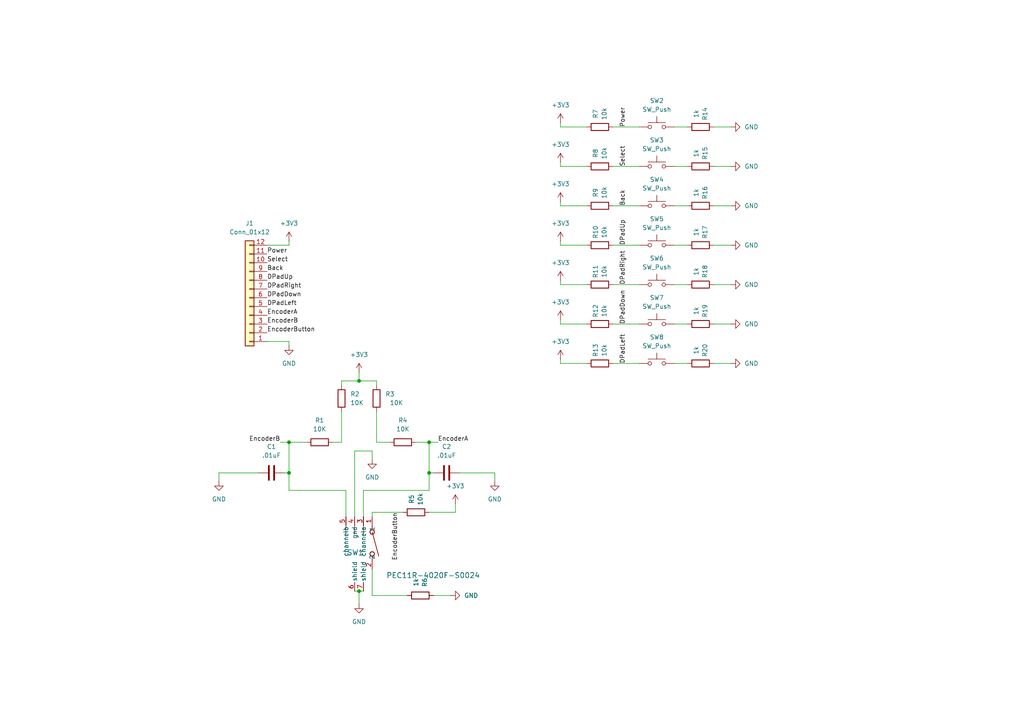
<source format=kicad_sch>
(kicad_sch (version 20250114) (generator "eeschema") (generator_version "9.0")
  (paper "A4")
  (lib_symbols
    (symbol "Connector_Generic:Conn_01x12" (pin_names (offset 1.016) (hide yes))
      (property "Reference" "J" (at 0 15.24 0))
      (property "Value" "Conn_01x12" (at 0 -17.78 0))
      (symbol "Conn_01x12_1_1"
        (rectangle (start -1.27 13.97) (end 1.27 -16.51) (stroke (width 0.254)) (fill (type background)))
        (rectangle (start -1.27 12.827) (end 0 12.573) (stroke (width 0.1524)))
        (rectangle (start -1.27 10.287) (end 0 10.033) (stroke (width 0.1524)))
        (rectangle (start -1.27 7.747) (end 0 7.493) (stroke (width 0.1524)))
        (rectangle (start -1.27 5.207) (end 0 4.953) (stroke (width 0.1524)))
        (rectangle (start -1.27 2.667) (end 0 2.413) (stroke (width 0.1524)))
        (rectangle (start -1.27 0.127) (end 0 -0.127) (stroke (width 0.1524)))
        (rectangle (start -1.27 -2.413) (end 0 -2.667) (stroke (width 0.1524)))
        (rectangle (start -1.27 -4.953) (end 0 -5.207) (stroke (width 0.1524)))
        (rectangle (start -1.27 -7.493) (end 0 -7.747) (stroke (width 0.1524)))
        (rectangle (start -1.27 -10.033) (end 0 -10.287) (stroke (width 0.1524)))
        (rectangle (start -1.27 -12.573) (end 0 -12.827) (stroke (width 0.1524)))
        (rectangle (start -1.27 -15.113) (end 0 -15.367) (stroke (width 0.1524)))
        (pin passive line (at -5.08 12.7 0) (length 3.81) (name "Pin_1") (number "1"))
        (pin passive line (at -5.08 10.16 0) (length 3.81) (name "Pin_2") (number "2"))
        (pin passive line (at -5.08 7.62 0) (length 3.81) (name "Pin_3") (number "3"))
        (pin passive line (at -5.08 5.08 0) (length 3.81) (name "Pin_4") (number "4"))
        (pin passive line (at -5.08 2.54 0) (length 3.81) (name "Pin_5") (number "5"))
        (pin passive line (at -5.08 0 0) (length 3.81) (name "Pin_6") (number "6"))
        (pin passive line (at -5.08 -2.54 0) (length 3.81) (name "Pin_7") (number "7"))
        (pin passive line (at -5.08 -5.08 0) (length 3.81) (name "Pin_8") (number "8"))
        (pin passive line (at -5.08 -7.62 0) (length 3.81) (name "Pin_9") (number "9"))
        (pin passive line (at -5.08 -10.16 0) (length 3.81) (name "Pin_10") (number "10"))
        (pin passive line (at -5.08 -12.7 0) (length 3.81) (name "Pin_11") (number "11"))
        (pin passive line (at -5.08 -15.24 0) (length 3.81) (name "Pin_12") (number "12"))
      )
    )
    (symbol "Device:C" (pin_numbers (hide yes)) (pin_names (offset 0.254))
      (property "Reference" "C" (at 0.635 2.54 0))
      (property "Value" "C" (at 0.635 -2.54 0))
      (symbol "C_0_1"
        (polyline (pts (xy -2.032 0.762) (xy 2.032 0.762)) (stroke (width 0.508)))
        (polyline (pts (xy -2.032 -0.762) (xy 2.032 -0.762)) (stroke (width 0.508)))
      )
      (symbol "C_1_1"
        (pin passive line (at 0 3.81 270) (length 2.794) (name "~") (number "1"))
        (pin passive line (at 0 -3.81 90) (length 2.794) (name "~") (number "2"))
      )
    )
    (symbol "Switch:SW_Push" (pin_numbers (hide yes)) (pin_names (offset 1.016) (hide yes))
      (property "Reference" "SW" (at 1.27 2.54 0))
      (property "Value" "SW_Push" (at 0 -1.524 0))
      (symbol "SW_Push_0_1"
        (circle (center -2.032 0) (radius 0.508))
        (polyline (pts (xy 0 1.27) (xy 0 3.048)))
        (circle (center 2.032 0) (radius 0.508))
        (polyline (pts (xy 2.54 1.27) (xy -2.54 1.27)))
        (pin passive line (at -5.08 0 0) (length 2.54) (name "1") (number "1"))
        (pin passive line (at 5.08 0 180) (length 2.54) (name "2") (number "2"))
      )
    )
    (symbol "WaterBlaster:PEC11R-4020F-S0024" (pin_names (offset 0.254))
      (property "Reference" "SW" (at 0 3.81 0))
      (property "Value" "PEC11R-4020F-S0024" (at 0.254 4.826 0))
      (symbol "PEC11R-4020F-S0024_0_1"
        (polyline (pts (xy -5.08 0) (xy -3.81 0)) (stroke (width 0.2032)))
        (circle (center -3.175 0) (radius 0.635) (stroke (width 0.254)))
        (polyline (pts (xy -3.175 0) (xy 3.81 1.905)) (stroke (width 0.2032)))
        (circle (center 3.175 0) (radius 0.635) (stroke (width 0.254)))
        (polyline (pts (xy 5.08 0) (xy 3.81 0)) (stroke (width 0.2032)))
        (pin unspecified line (at -7.62 0 0) (length 2.54) (name "1") (number "1"))
        (pin unspecified line (at 7.62 0 180) (length 2.54) (name "2") (number "2"))
      )
      (symbol "PEC11R-4020F-S0024_1_1"
        (polyline (pts (xy -2.54 -2.54) (xy -7.62 -2.54)))
        (polyline (pts (xy -2.54 -5.08) (xy -7.62 -5.08)))
        (polyline (pts (xy -2.54 -7.62) (xy -7.62 -7.62)))
        (pin passive line (at -7.62 -2.54 0) (length 2.54) (name "channela") (number "3"))
        (pin passive line (at -7.62 -5.08 0) (length 2.54) (name "gnd") (number "4"))
        (pin passive line (at -7.62 -7.62 0) (length 2.54) (name "channelb") (number "5"))
        (pin passive line (at 13.97 -2.54 180) (length 2.54) (name "shield") (number "7"))
        (pin passive line (at 13.97 -5.08 180) (length 2.54) (name "shield") (number "6"))
      )
    )
    (symbol "device:R" (pin_numbers (hide yes)) (pin_names (offset 0))
      (property "Reference" "R" (at 2.032 0 90))
      (property "Value" "R" (at 0 0 90))
      (symbol "R_0_1"
        (rectangle (start -1.016 -2.54) (end 1.016 2.54) (stroke (width 0.254)))
      )
      (symbol "R_1_1"
        (pin passive line (at 0 3.81 270) (length 1.27) (name "~") (number "1"))
        (pin passive line (at 0 -3.81 90) (length 1.27) (name "~") (number "2"))
      )
    )
    (symbol "power:+3V3" (power) (pin_numbers (hide yes)) (pin_names (offset 0) (hide yes))
      (property "Value" "+3V3" (at 0 3.556 0))
      (symbol "+3V3_0_1"
        (polyline (pts (xy -0.762 1.27) (xy 0 2.54)))
        (polyline (pts (xy 0 2.54) (xy 0.762 1.27)))
        (polyline (pts (xy 0 0) (xy 0 2.54)))
      )
      (symbol "+3V3_1_1"
        (pin power_in line (at 0 0 90) (length 0) (name "~") (number "1"))
      )
    )
    (symbol "power:GND" (power) (pin_numbers (hide yes)) (pin_names (offset 0) (hide yes))
      (property "Value" "GND" (at 0 -3.81 0))
      (symbol "GND_0_1"
        (polyline (pts (xy 0 0) (xy 0 -1.27) (xy 1.27 -1.27) (xy 0 -2.54) (xy -1.27 -1.27) (xy 0 -1.27)))
      )
      (symbol "GND_1_1"
        (pin power_in line (at 0 0 270) (length 0) (name "~") (number "1"))
      )
    )
  )
  (junction (at 83.82 137.16))
  (junction (at 124.46 128.27))
  (junction (at 124.46 137.16))
  (junction (at 104.14 171.45))
  (junction (at 104.14 110.49))
  (junction (at 83.82 128.27))
  (wire (pts (xy 83.82 137.16) (xy 83.82 142.24)))
  (wire (pts (xy 83.82 128.27) (xy 88.9 128.27)))
  (wire (pts (xy 162.56 105.41) (xy 162.56 104.14)))
  (wire (pts (xy 109.22 119.38) (xy 109.22 128.27)))
  (wire (pts (xy 195.58 48.26) (xy 199.39 48.26)))
  (wire (pts (xy 132.08 148.59) (xy 124.46 148.59)))
  (wire (pts (xy 99.06 111.76) (xy 99.06 110.49)))
  (wire (pts (xy 162.56 71.12) (xy 170.18 71.12)))
  (wire (pts (xy 83.82 128.27) (xy 83.82 137.16)))
  (wire (pts (xy 177.8 93.98) (xy 185.42 93.98)))
  (wire (pts (xy 83.82 137.16) (xy 82.55 137.16)))
  (wire (pts (xy 102.87 130.81) (xy 102.87 149.86)))
  (wire (pts (xy 177.8 59.69) (xy 185.42 59.69)))
  (wire (pts (xy 105.41 149.86) (xy 105.41 142.24)))
  (wire (pts (xy 99.06 110.49) (xy 104.14 110.49)))
  (wire (pts (xy 109.22 110.49) (xy 104.14 110.49)))
  (wire (pts (xy 207.01 48.26) (xy 212.09 48.26)))
  (wire (pts (xy 207.01 36.83) (xy 212.09 36.83)))
  (wire (pts (xy 107.95 130.81) (xy 107.95 133.35)))
  (wire (pts (xy 207.01 82.55) (xy 212.09 82.55)))
  (wire (pts (xy 162.56 105.41) (xy 170.18 105.41)))
  (wire (pts (xy 207.01 93.98) (xy 212.09 93.98)))
  (wire (pts (xy 133.35 137.16) (xy 143.51 137.16)))
  (wire (pts (xy 195.58 71.12) (xy 199.39 71.12)))
  (wire (pts (xy 162.56 71.12) (xy 162.56 69.85)))
  (wire (pts (xy 74.93 137.16) (xy 63.5 137.16)))
  (wire (pts (xy 124.46 128.27) (xy 124.46 137.16)))
  (wire (pts (xy 81.28 128.27) (xy 83.82 128.27)))
  (wire (pts (xy 83.82 100.33) (xy 83.82 99.06)))
  (wire (pts (xy 162.56 59.69) (xy 170.18 59.69)))
  (wire (pts (xy 195.58 93.98) (xy 199.39 93.98)))
  (wire (pts (xy 83.82 69.85) (xy 83.82 71.12)))
  (wire (pts (xy 125.73 172.72) (xy 130.81 172.72)))
  (wire (pts (xy 102.87 130.81) (xy 107.95 130.81)))
  (wire (pts (xy 177.8 71.12) (xy 185.42 71.12)))
  (wire (pts (xy 102.87 171.45) (xy 104.14 171.45)))
  (wire (pts (xy 104.14 171.45) (xy 104.14 175.26)))
  (wire (pts (xy 109.22 111.76) (xy 109.22 110.49)))
  (wire (pts (xy 162.56 59.69) (xy 162.56 58.42)))
  (wire (pts (xy 107.95 149.86) (xy 107.95 148.59)))
  (wire (pts (xy 162.56 82.55) (xy 170.18 82.55)))
  (wire (pts (xy 124.46 137.16) (xy 124.46 142.24)))
  (wire (pts (xy 124.46 128.27) (xy 127 128.27)))
  (wire (pts (xy 162.56 82.55) (xy 162.56 81.28)))
  (wire (pts (xy 162.56 36.83) (xy 170.18 36.83)))
  (wire (pts (xy 162.56 93.98) (xy 170.18 93.98)))
  (wire (pts (xy 177.8 82.55) (xy 185.42 82.55)))
  (wire (pts (xy 162.56 48.26) (xy 170.18 48.26)))
  (wire (pts (xy 177.8 105.41) (xy 185.42 105.41)))
  (wire (pts (xy 107.95 165.1) (xy 107.95 172.72)))
  (wire (pts (xy 113.03 128.27) (xy 109.22 128.27)))
  (wire (pts (xy 105.41 171.45) (xy 104.14 171.45)))
  (wire (pts (xy 177.8 36.83) (xy 185.42 36.83)))
  (wire (pts (xy 195.58 82.55) (xy 199.39 82.55)))
  (wire (pts (xy 162.56 48.26) (xy 162.56 46.99)))
  (wire (pts (xy 207.01 59.69) (xy 212.09 59.69)))
  (wire (pts (xy 195.58 105.41) (xy 199.39 105.41)))
  (wire (pts (xy 83.82 99.06) (xy 77.47 99.06)))
  (wire (pts (xy 63.5 137.16) (xy 63.5 139.7)))
  (wire (pts (xy 107.95 172.72) (xy 118.11 172.72)))
  (wire (pts (xy 100.33 149.86) (xy 100.33 142.24)))
  (wire (pts (xy 99.06 128.27) (xy 96.52 128.27)))
  (wire (pts (xy 120.65 128.27) (xy 124.46 128.27)))
  (wire (pts (xy 99.06 119.38) (xy 99.06 128.27)))
  (wire (pts (xy 162.56 93.98) (xy 162.56 92.71)))
  (wire (pts (xy 162.56 36.83) (xy 162.56 35.56)))
  (wire (pts (xy 207.01 105.41) (xy 212.09 105.41)))
  (wire (pts (xy 195.58 59.69) (xy 199.39 59.69)))
  (wire (pts (xy 177.8 48.26) (xy 185.42 48.26)))
  (wire (pts (xy 105.41 142.24) (xy 124.46 142.24)))
  (wire (pts (xy 100.33 142.24) (xy 83.82 142.24)))
  (wire (pts (xy 107.95 148.59) (xy 116.84 148.59)))
  (wire (pts (xy 195.58 36.83) (xy 199.39 36.83)))
  (wire (pts (xy 124.46 137.16) (xy 125.73 137.16)))
  (wire (pts (xy 143.51 137.16) (xy 143.51 139.7)))
  (wire (pts (xy 132.08 146.05) (xy 132.08 148.59)))
  (wire (pts (xy 207.01 71.12) (xy 212.09 71.12)))
  (wire (pts (xy 104.14 110.49) (xy 104.14 107.95)))
  (wire (pts (xy 83.82 71.12) (xy 77.47 71.12)))
  (label "DPadLeft" (at 181.61 105.41 90))
  (label "EncoderButton" (at 77.47 96.52 0))
  (label "DPadLeft" (at 77.47 88.9 0))
  (label "DPadRight" (at 181.61 82.55 90))
  (label "DPadDown" (at 181.61 93.98 90))
  (label "EncoderButton" (at 115.57 148.59 270))
  (label "DPadUp" (at 77.47 81.28 0))
  (label "EncoderA" (at 77.47 91.44 0))
  (label "EncoderA" (at 127 128.27 0))
  (label "EncoderB" (at 77.47 93.98 0))
  (label "DPadRight" (at 77.47 83.82 0))
  (label "DPadDown" (at 77.47 86.36 0))
  (label "Select" (at 77.47 76.2 0))
  (label "Back" (at 77.47 78.74 0))
  (label "Back" (at 181.61 59.69 90))
  (label "Select" (at 181.61 48.26 90))
  (label "Power" (at 181.61 36.83 90))
  (label "EncoderB" (at 81.28 128.27 180))
  (label "DPadUp" (at 181.61 71.12 90))
  (label "Power" (at 77.47 73.66 0))
  (symbol (lib_id "device:R") (at 173.99 71.12 270) (unit 1)
    (property "Reference" "R10" (at 172.72 67.31 0))
    (property "Value" "10k" (at 175.26 67.31 0))
    (property "Footprint" "Resistor_SMD:R_0603_1608Metric_Pad0.98x0.95mm_HandSolder" (effects (hide yes)))
    (property "Note" "0.1W 5% 0603  " (effects (hide yes)))
    (property "MPN" "RES SMD 10K OHM 5% 1/10W 0603" (effects (hide yes)))
  )
  (symbol (lib_id "device:R") (at 173.99 59.69 270) (unit 1)
    (property "Reference" "R9" (at 172.72 55.88 0))
    (property "Value" "10k" (at 175.26 55.88 0))
    (property "Footprint" "Resistor_SMD:R_0603_1608Metric_Pad0.98x0.95mm_HandSolder" (effects (hide yes)))
    (property "Note" "0.1W 5% 0603  " (effects (hide yes)))
    (property "MPN" "RES SMD 10K OHM 5% 1/10W 0603" (effects (hide yes)))
  )
  (symbol (lib_id "device:R") (at 203.2 36.83 270) (unit 1)
    (property "Reference" "R14" (at 204.47 33.02 0))
    (property "Value" "1k" (at 201.93 33.02 0))
    (property "Footprint" "Resistor_SMD:R_0603_1608Metric_Pad0.98x0.95mm_HandSolder" (effects (hide yes)))
    (property "Note" "0.1W 5% 0603  " (effects (hide yes)))
    (property "MPN" "RES SMD 1K OHM 5% 1/10W 0603" (effects (hide yes)))
  )
  (symbol (lib_id "device:R") (at 109.22 115.57 0) (unit 1)
    (property "Reference" "R3" (at 111.76 114.2999 0) (effects (justify left)))
    (property "Value" "10K" (at 113.03 116.8399 0) (effects (justify left)))
    (property "Footprint" "Resistor_SMD:R_0603_1608Metric_Pad0.98x0.95mm_HandSolder" (effects (hide yes)))
    (property "Description" "Resistor" (effects (hide yes)))
  )
  (symbol (lib_id "power:+3V3") (at 162.56 46.99 0) (unit 1)
    (property "Reference" "#PWR011" (effects (hide yes)))
    (property "Value" "+3V3" (at 162.56 41.91 0))
  )
  (symbol (lib_id "power:GND") (at 63.5 139.7 0) (unit 1)
    (property "Reference" "#PWR01" (effects (hide yes)))
    (property "Value" "GND" (at 63.5 144.78 0))
    (property "Description" "Power symbol creates a global label with name \"GND\" , ground" (effects (hide yes)))
  )
  (symbol (lib_id "WaterBlaster:PEC11R-4020F-S0024") (at 107.95 157.48 270) (unit 1)
    (property "Reference" "SW1" (at 100.584 160.274 90) (effects (font (size 1.524 1.524)) (justify left)))
    (property "Value" "PEC11R-4020F-S0024" (at 112.014 166.878 90) (effects (font (size 1.524 1.524)) (justify left)))
    (property "Footprint" "SW_PEC11R-4XXXK-SXXXX_BRN" (effects (hide yes)))
    (property "Datasheet" "PEC11R-4020F-S0024" (effects (hide yes)))
  )
  (symbol (lib_id "Switch:SW_Push") (at 190.5 59.69 0) (unit 1)
    (property "Reference" "SW4" (at 190.5 52.07 0))
    (property "Value" "SW_Push" (at 190.5 54.61 0))
    (property "Footprint" "WaterBlaster:PTS645SL43SMTR92LFS_CNK" (effects (hide yes)))
  )
  (symbol (lib_id "power:GND") (at 212.09 71.12 90) (unit 1)
    (property "Reference" "#PWR020" (effects (hide yes)))
    (property "Value" "GND" (at 215.9 71.12 90) (effects (justify right)))
  )
  (symbol (lib_id "power:GND") (at 212.09 48.26 90) (unit 1)
    (property "Reference" "#PWR018" (effects (hide yes)))
    (property "Value" "GND" (at 215.9 48.26 90) (effects (justify right)))
  )
  (symbol (lib_id "power:GND") (at 130.81 172.72 90) (unit 1)
    (property "Reference" "#PWR07" (effects (hide yes)))
    (property "Value" "GND" (at 134.62 172.72 90) (effects (justify right)))
  )
  (symbol (lib_id "device:R") (at 203.2 93.98 270) (unit 1)
    (property "Reference" "R19" (at 204.47 90.17 0))
    (property "Value" "1k" (at 201.93 90.17 0))
    (property "Footprint" "Resistor_SMD:R_0603_1608Metric_Pad0.98x0.95mm_HandSolder" (effects (hide yes)))
    (property "Note" "0.1W 5% 0603  " (effects (hide yes)))
    (property "MPN" "RES SMD 1K OHM 5% 1/10W 0603" (effects (hide yes)))
  )
  (symbol (lib_id "power:+3V3") (at 162.56 69.85 0) (unit 1)
    (property "Reference" "#PWR013" (effects (hide yes)))
    (property "Value" "+3V3" (at 162.56 64.77 0))
  )
  (symbol (lib_id "power:+3V3") (at 132.08 146.05 0) (unit 1)
    (property "Reference" "#PWR08" (effects (hide yes)))
    (property "Value" "+3V3" (at 132.08 140.97 0))
  )
  (symbol (lib_id "power:+3V3") (at 162.56 104.14 0) (unit 1)
    (property "Reference" "#PWR016" (effects (hide yes)))
    (property "Value" "+3V3" (at 162.56 99.06 0))
  )
  (symbol (lib_id "Switch:SW_Push") (at 190.5 105.41 0) (unit 1)
    (property "Reference" "SW8" (at 190.5 97.79 0))
    (property "Value" "SW_Push" (at 190.5 100.33 0))
    (property "Footprint" "WaterBlaster:PTS645SL43SMTR92LFS_CNK" (effects (hide yes)))
  )
  (symbol (lib_id "Switch:SW_Push") (at 190.5 82.55 0) (unit 1)
    (property "Reference" "SW6" (at 190.5 74.93 0))
    (property "Value" "SW_Push" (at 190.5 77.47 0))
    (property "Footprint" "WaterBlaster:PTS645SL43SMTR92LFS_CNK" (effects (hide yes)))
  )
  (symbol (lib_id "Connector_Generic:Conn_01x12") (at 72.39 86.36 180) (unit 1)
    (property "Reference" "J1" (at 72.39 64.77 0))
    (property "Value" "Conn_01x12" (at 72.39 67.31 0))
    (property "Footprint" "WaterBlaster:CONN_SD-43650-010_12_MOL" (effects (hide yes)))
    (property "Description" "Generic connector, single row, 01x12, script generated (kicad-library-utils/schlib/autogen/connector/)" (effects (hide yes)))
  )
  (symbol (lib_id "device:R") (at 173.99 93.98 270) (unit 1)
    (property "Reference" "R12" (at 172.72 90.17 0))
    (property "Value" "10k" (at 175.26 90.17 0))
    (property "Footprint" "Resistor_SMD:R_0603_1608Metric_Pad0.98x0.95mm_HandSolder" (effects (hide yes)))
    (property "Note" "0.1W 5% 0603  " (effects (hide yes)))
    (property "MPN" "RES SMD 10K OHM 5% 1/10W 0603" (effects (hide yes)))
  )
  (symbol (lib_id "power:+3V3") (at 162.56 58.42 0) (unit 1)
    (property "Reference" "#PWR012" (effects (hide yes)))
    (property "Value" "+3V3" (at 162.56 53.34 0))
  )
  (symbol (lib_id "power:GND") (at 104.14 175.26 0) (unit 1)
    (property "Reference" "#PWR05" (effects (hide yes)))
    (property "Value" "GND" (at 104.14 180.34 0))
    (property "Description" "Power symbol creates a global label with name \"GND\" , ground" (effects (hide yes)))
  )
  (symbol (lib_id "device:R") (at 173.99 48.26 270) (unit 1)
    (property "Reference" "R8" (at 172.72 44.45 0))
    (property "Value" "10k" (at 175.26 44.45 0))
    (property "Footprint" "Resistor_SMD:R_0603_1608Metric_Pad0.98x0.95mm_HandSolder" (effects (hide yes)))
    (property "Note" "0.1W 5% 0603  " (effects (hide yes)))
    (property "MPN" "RES SMD 10K OHM 5% 1/10W 0603" (effects (hide yes)))
  )
  (symbol (lib_id "power:GND") (at 83.82 100.33 0) (unit 1)
    (property "Reference" "#PWR03" (effects (hide yes)))
    (property "Value" "GND" (at 83.82 105.41 0))
    (property "Description" "Power symbol creates a global label with name \"GND\" , ground" (effects (hide yes)))
  )
  (symbol (lib_id "device:R") (at 203.2 71.12 270) (unit 1)
    (property "Reference" "R17" (at 204.47 67.31 0))
    (property "Value" "1k" (at 201.93 67.31 0))
    (property "Footprint" "Resistor_SMD:R_0603_1608Metric_Pad0.98x0.95mm_HandSolder" (effects (hide yes)))
    (property "Note" "0.1W 5% 0603  " (effects (hide yes)))
    (property "MPN" "RES SMD 1K OHM 5% 1/10W 0603" (effects (hide yes)))
  )
  (symbol (lib_id "power:+3V3") (at 104.14 107.95 0) (unit 1)
    (property "Reference" "#PWR04" (effects (hide yes)))
    (property "Value" "+3V3" (at 104.14 102.87 0))
    (property "Description" "Power symbol creates a global label with name \"+3V3\"" (effects (hide yes)))
  )
  (symbol (lib_id "device:R") (at 203.2 82.55 270) (unit 1)
    (property "Reference" "R18" (at 204.47 78.74 0))
    (property "Value" "1k" (at 201.93 78.74 0))
    (property "Footprint" "Resistor_SMD:R_0603_1608Metric_Pad0.98x0.95mm_HandSolder" (effects (hide yes)))
    (property "Note" "0.1W 5% 0603  " (effects (hide yes)))
    (property "MPN" "RES SMD 1K OHM 5% 1/10W 0603" (effects (hide yes)))
  )
  (symbol (lib_id "device:R") (at 92.71 128.27 90) (unit 1)
    (property "Reference" "R1" (at 92.71 121.92 90))
    (property "Value" "10K" (at 92.71 124.46 90))
    (property "Footprint" "Resistor_SMD:R_0603_1608Metric_Pad0.98x0.95mm_HandSolder" (effects (hide yes)))
    (property "Description" "Resistor" (effects (hide yes)))
  )
  (symbol (lib_id "power:GND") (at 143.51 139.7 0) (unit 1)
    (property "Reference" "#PWR09" (effects (hide yes)))
    (property "Value" "GND" (at 143.51 144.78 0))
    (property "Description" "Power symbol creates a global label with name \"GND\" , ground" (effects (hide yes)))
  )
  (symbol (lib_id "Switch:SW_Push") (at 190.5 93.98 0) (unit 1)
    (property "Reference" "SW7" (at 190.5 86.36 0))
    (property "Value" "SW_Push" (at 190.5 88.9 0))
    (property "Footprint" "WaterBlaster:PTS645SL43SMTR92LFS_CNK" (effects (hide yes)))
  )
  (symbol (lib_id "power:+3V3") (at 162.56 81.28 0) (unit 1)
    (property "Reference" "#PWR014" (effects (hide yes)))
    (property "Value" "+3V3" (at 162.56 76.2 0))
  )
  (symbol (lib_id "device:R") (at 173.99 105.41 270) (unit 1)
    (property "Reference" "R13" (at 172.72 101.6 0))
    (property "Value" "10k" (at 175.26 101.6 0))
    (property "Footprint" "Resistor_SMD:R_0603_1608Metric_Pad0.98x0.95mm_HandSolder" (effects (hide yes)))
    (property "Note" "0.1W 5% 0603  " (effects (hide yes)))
    (property "MPN" "RES SMD 10K OHM 5% 1/10W 0603" (effects (hide yes)))
  )
  (symbol (lib_id "Device:C") (at 129.54 137.16 90) (unit 1)
    (property "Reference" "C2" (at 129.54 129.54 90))
    (property "Value" ".01uF" (at 129.54 132.08 90))
    (property "Footprint" "Capacitor_SMD:C_0603_1608Metric_Pad1.08x0.95mm_HandSolder" (effects (hide yes)))
    (property "Description" "Unpolarized capacitor" (effects (hide yes)))
  )
  (symbol (lib_id "device:R") (at 173.99 36.83 270) (unit 1)
    (property "Reference" "R7" (at 172.72 33.02 0))
    (property "Value" "10k" (at 175.26 33.02 0))
    (property "Footprint" "Resistor_SMD:R_0603_1608Metric_Pad0.98x0.95mm_HandSolder" (effects (hide yes)))
    (property "Note" "0.1W 5% 0603  " (effects (hide yes)))
    (property "MPN" "RES SMD 10K OHM 5% 1/10W 0603" (effects (hide yes)))
  )
  (symbol (lib_id "power:GND") (at 212.09 105.41 90) (unit 1)
    (property "Reference" "#PWR023" (effects (hide yes)))
    (property "Value" "GND" (at 215.9 105.41 90) (effects (justify right)))
  )
  (symbol (lib_id "power:+3V3") (at 83.82 69.85 0) (unit 1)
    (property "Reference" "#PWR02" (effects (hide yes)))
    (property "Value" "+3V3" (at 83.82 64.77 0))
    (property "Description" "Power symbol creates a global label with name \"+3V3\"" (effects (hide yes)))
  )
  (symbol (lib_id "device:R") (at 121.92 172.72 270) (unit 1)
    (property "Reference" "R6" (at 123.19 168.91 0))
    (property "Value" "1k" (at 120.65 168.91 0))
    (property "Footprint" "Resistor_SMD:R_0603_1608Metric_Pad0.98x0.95mm_HandSolder" (effects (hide yes)))
    (property "Note" "0.1W 5% 0603  " (effects (hide yes)))
    (property "MPN" "RES SMD 1K OHM 5% 1/10W 0603" (effects (hide yes)))
  )
  (symbol (lib_id "device:R") (at 116.84 128.27 90) (unit 1)
    (property "Reference" "R4" (at 116.84 121.92 90))
    (property "Value" "10K" (at 116.84 124.46 90))
    (property "Footprint" "Resistor_SMD:R_0603_1608Metric_Pad0.98x0.95mm_HandSolder" (effects (hide yes)))
    (property "Description" "Resistor" (effects (hide yes)))
  )
  (symbol (lib_id "power:GND") (at 212.09 59.69 90) (unit 1)
    (property "Reference" "#PWR019" (effects (hide yes)))
    (property "Value" "GND" (at 215.9 59.69 90) (effects (justify right)))
  )
  (symbol (lib_id "power:GND") (at 212.09 36.83 90) (unit 1)
    (property "Reference" "#PWR017" (effects (hide yes)))
    (property "Value" "GND" (at 215.9 36.83 90) (effects (justify right)))
  )
  (symbol (lib_id "power:GND") (at 212.09 82.55 90) (unit 1)
    (property "Reference" "#PWR021" (effects (hide yes)))
    (property "Value" "GND" (at 215.9 82.55 90) (effects (justify right)))
  )
  (symbol (lib_id "Switch:SW_Push") (at 190.5 71.12 0) (unit 1)
    (property "Reference" "SW5" (at 190.5 63.5 0))
    (property "Value" "SW_Push" (at 190.5 66.04 0))
    (property "Footprint" "WaterBlaster:PTS645SL43SMTR92LFS_CNK" (effects (hide yes)))
  )
  (symbol (lib_id "device:R") (at 203.2 48.26 270) (unit 1)
    (property "Reference" "R15" (at 204.47 44.45 0))
    (property "Value" "1k" (at 201.93 44.45 0))
    (property "Footprint" "Resistor_SMD:R_0603_1608Metric_Pad0.98x0.95mm_HandSolder" (effects (hide yes)))
    (property "Note" "0.1W 5% 0603  " (effects (hide yes)))
    (property "MPN" "RES SMD 1K OHM 5% 1/10W 0603" (effects (hide yes)))
  )
  (symbol (lib_id "power:+3V3") (at 162.56 35.56 0) (unit 1)
    (property "Reference" "#PWR010" (effects (hide yes)))
    (property "Value" "+3V3" (at 162.56 30.48 0))
  )
  (symbol (lib_id "device:R") (at 203.2 59.69 270) (unit 1)
    (property "Reference" "R16" (at 204.47 55.88 0))
    (property "Value" "1k" (at 201.93 55.88 0))
    (property "Footprint" "Resistor_SMD:R_0603_1608Metric_Pad0.98x0.95mm_HandSolder" (effects (hide yes)))
    (property "Note" "0.1W 5% 0603  " (effects (hide yes)))
    (property "MPN" "RES SMD 1K OHM 5% 1/10W 0603" (effects (hide yes)))
  )
  (symbol (lib_id "device:R") (at 99.06 115.57 180) (unit 1)
    (property "Reference" "R2" (at 101.6 114.2999 0) (effects (justify right)))
    (property "Value" "10K" (at 101.6 116.8399 0) (effects (justify right)))
    (property "Footprint" "Resistor_SMD:R_0603_1608Metric_Pad0.98x0.95mm_HandSolder" (effects (hide yes)))
    (property "Description" "Resistor" (effects (hide yes)))
  )
  (symbol (lib_id "Switch:SW_Push") (at 190.5 36.83 0) (unit 1)
    (property "Reference" "SW2" (at 190.5 29.21 0))
    (property "Value" "SW_Push" (at 190.5 31.75 0))
    (property "Footprint" "WaterBlaster:PTS645SL43SMTR92LFS_CNK" (effects (hide yes)))
  )
  (symbol (lib_id "power:+3V3") (at 162.56 92.71 0) (unit 1)
    (property "Reference" "#PWR015" (effects (hide yes)))
    (property "Value" "+3V3" (at 162.56 87.63 0))
  )
  (symbol (lib_id "power:GND") (at 212.09 93.98 90) (unit 1)
    (property "Reference" "#PWR022" (effects (hide yes)))
    (property "Value" "GND" (at 215.9 93.98 90) (effects (justify right)))
  )
  (symbol (lib_id "Switch:SW_Push") (at 190.5 48.26 0) (unit 1)
    (property "Reference" "SW3" (at 190.5 40.64 0))
    (property "Value" "SW_Push" (at 190.5 43.18 0))
    (property "Footprint" "WaterBlaster:PTS645SL43SMTR92LFS_CNK" (effects (hide yes)))
  )
  (symbol (lib_id "device:R") (at 120.65 148.59 270) (unit 1)
    (property "Reference" "R5" (at 119.38 144.78 0))
    (property "Value" "10k" (at 121.92 144.78 0))
    (property "Footprint" "Resistor_SMD:R_0603_1608Metric_Pad0.98x0.95mm_HandSolder" (effects (hide yes)))
    (property "Note" "0.1W 5% 0603  " (effects (hide yes)))
    (property "MPN" "RES SMD 10K OHM 5% 1/10W 0603" (effects (hide yes)))
  )
  (symbol (lib_id "Device:C") (at 78.74 137.16 90) (unit 1)
    (property "Reference" "C1" (at 78.74 129.54 90))
    (property "Value" ".01uF" (at 78.74 132.08 90))
    (property "Footprint" "Capacitor_SMD:C_0603_1608Metric_Pad1.08x0.95mm_HandSolder" (effects (hide yes)))
    (property "Description" "Unpolarized capacitor" (effects (hide yes)))
  )
  (symbol (lib_id "power:GND") (at 107.95 133.35 0) (unit 1)
    (property "Reference" "#PWR06" (effects (hide yes)))
    (property "Value" "GND" (at 107.95 138.43 0))
    (property "Description" "Power symbol creates a global label with name \"GND\" , ground" (effects (hide yes)))
  )
  (symbol (lib_id "device:R") (at 203.2 105.41 270) (unit 1)
    (property "Reference" "R20" (at 204.47 101.6 0))
    (property "Value" "1k" (at 201.93 101.6 0))
    (property "Footprint" "Resistor_SMD:R_0603_1608Metric_Pad0.98x0.95mm_HandSolder" (effects (hide yes)))
    (property "Note" "0.1W 5% 0603  " (effects (hide yes)))
    (property "MPN" "RES SMD 1K OHM 5% 1/10W 0603" (effects (hide yes)))
  )
  (symbol (lib_id "device:R") (at 173.99 82.55 270) (unit 1)
    (property "Reference" "R11" (at 172.72 78.74 0))
    (property "Value" "10k" (at 175.26 78.74 0))
    (property "Footprint" "Resistor_SMD:R_0603_1608Metric_Pad0.98x0.95mm_HandSolder" (effects (hide yes)))
    (property "Note" "0.1W 5% 0603  " (effects (hide yes)))
    (property "MPN" "RES SMD 10K OHM 5% 1/10W 0603" (effects (hide yes)))
  )
)
</source>
